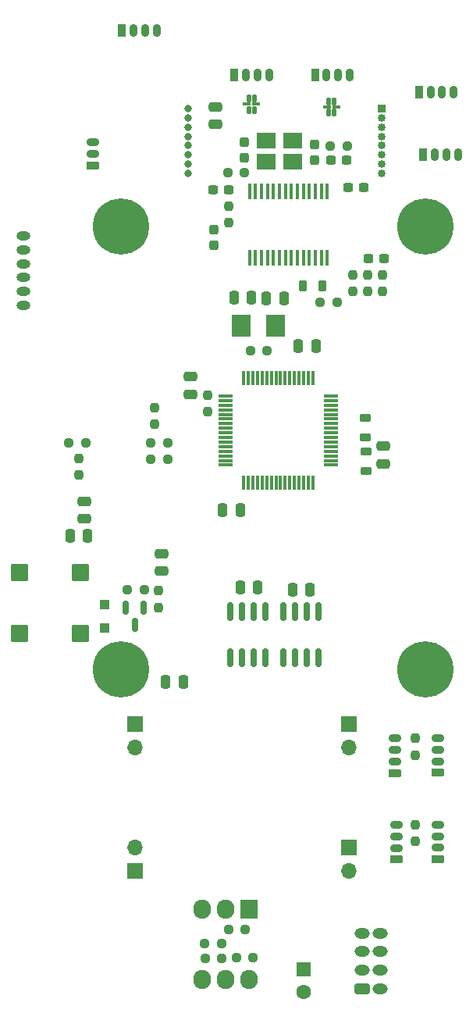
<source format=gbs>
%TF.GenerationSoftware,KiCad,Pcbnew,7.0.7*%
%TF.CreationDate,2024-01-01T11:44:23+09:00*%
%TF.ProjectId,mother_orion_v5,6d6f7468-6572-45f6-9f72-696f6e5f7635,rev?*%
%TF.SameCoordinates,Original*%
%TF.FileFunction,Soldermask,Bot*%
%TF.FilePolarity,Negative*%
%FSLAX46Y46*%
G04 Gerber Fmt 4.6, Leading zero omitted, Abs format (unit mm)*
G04 Created by KiCad (PCBNEW 7.0.7) date 2024-01-01 11:44:23*
%MOMM*%
%LPD*%
G01*
G04 APERTURE LIST*
G04 Aperture macros list*
%AMRoundRect*
0 Rectangle with rounded corners*
0 $1 Rounding radius*
0 $2 $3 $4 $5 $6 $7 $8 $9 X,Y pos of 4 corners*
0 Add a 4 corners polygon primitive as box body*
4,1,4,$2,$3,$4,$5,$6,$7,$8,$9,$2,$3,0*
0 Add four circle primitives for the rounded corners*
1,1,$1+$1,$2,$3*
1,1,$1+$1,$4,$5*
1,1,$1+$1,$6,$7*
1,1,$1+$1,$8,$9*
0 Add four rect primitives between the rounded corners*
20,1,$1+$1,$2,$3,$4,$5,0*
20,1,$1+$1,$4,$5,$6,$7,0*
20,1,$1+$1,$6,$7,$8,$9,0*
20,1,$1+$1,$8,$9,$2,$3,0*%
G04 Aperture macros list end*
%ADD10RoundRect,0.225000X0.475000X-0.225000X0.475000X0.225000X-0.475000X0.225000X-0.475000X-0.225000X0*%
%ADD11O,1.400000X0.900000*%
%ADD12C,6.100000*%
%ADD13RoundRect,0.225000X-0.225000X-0.475000X0.225000X-0.475000X0.225000X0.475000X-0.225000X0.475000X0*%
%ADD14O,0.900000X1.400000*%
%ADD15R,1.600000X1.600000*%
%ADD16C,1.600000*%
%ADD17R,1.900000X2.100000*%
%ADD18O,1.900000X2.100000*%
%ADD19RoundRect,0.250000X0.575000X-0.350000X0.575000X0.350000X-0.575000X0.350000X-0.575000X-0.350000X0*%
%ADD20O,1.650000X1.200000*%
%ADD21C,0.800000*%
%ADD22O,0.800000X0.800000*%
%ADD23O,1.524000X1.000000*%
%ADD24R,0.850000X0.850000*%
%ADD25O,0.850000X0.850000*%
%ADD26RoundRect,0.250000X-0.250000X-0.475000X0.250000X-0.475000X0.250000X0.475000X-0.250000X0.475000X0*%
%ADD27RoundRect,0.100799X0.799201X0.799201X-0.799201X0.799201X-0.799201X-0.799201X0.799201X-0.799201X0*%
%ADD28RoundRect,0.237500X-0.237500X0.250000X-0.237500X-0.250000X0.237500X-0.250000X0.237500X0.250000X0*%
%ADD29RoundRect,0.237500X0.250000X0.237500X-0.250000X0.237500X-0.250000X-0.237500X0.250000X-0.237500X0*%
%ADD30RoundRect,0.237500X-0.237500X0.300000X-0.237500X-0.300000X0.237500X-0.300000X0.237500X0.300000X0*%
%ADD31RoundRect,0.250000X0.250000X0.475000X-0.250000X0.475000X-0.250000X-0.475000X0.250000X-0.475000X0*%
%ADD32R,1.000000X1.000000*%
%ADD33RoundRect,0.237500X-0.250000X-0.237500X0.250000X-0.237500X0.250000X0.237500X-0.250000X0.237500X0*%
%ADD34R,1.700000X1.700000*%
%ADD35O,1.700000X1.700000*%
%ADD36RoundRect,0.075000X-0.075000X0.700000X-0.075000X-0.700000X0.075000X-0.700000X0.075000X0.700000X0*%
%ADD37RoundRect,0.075000X-0.700000X0.075000X-0.700000X-0.075000X0.700000X-0.075000X0.700000X0.075000X0*%
%ADD38RoundRect,0.102000X0.150000X0.300000X-0.150000X0.300000X-0.150000X-0.300000X0.150000X-0.300000X0*%
%ADD39RoundRect,0.102000X-0.350000X0.100000X-0.350000X-0.100000X0.350000X-0.100000X0.350000X0.100000X0*%
%ADD40RoundRect,0.237500X-0.300000X-0.237500X0.300000X-0.237500X0.300000X0.237500X-0.300000X0.237500X0*%
%ADD41RoundRect,0.250000X0.475000X-0.250000X0.475000X0.250000X-0.475000X0.250000X-0.475000X-0.250000X0*%
%ADD42R,2.100000X1.800000*%
%ADD43RoundRect,0.237500X0.237500X-0.250000X0.237500X0.250000X-0.237500X0.250000X-0.237500X-0.250000X0*%
%ADD44RoundRect,0.218750X-0.218750X-0.381250X0.218750X-0.381250X0.218750X0.381250X-0.218750X0.381250X0*%
%ADD45RoundRect,0.250000X-0.475000X0.250000X-0.475000X-0.250000X0.475000X-0.250000X0.475000X0.250000X0*%
%ADD46RoundRect,0.218750X-0.381250X0.218750X-0.381250X-0.218750X0.381250X-0.218750X0.381250X0.218750X0*%
%ADD47RoundRect,0.237500X0.300000X0.237500X-0.300000X0.237500X-0.300000X-0.237500X0.300000X-0.237500X0*%
%ADD48RoundRect,0.150000X-0.150000X0.587500X-0.150000X-0.587500X0.150000X-0.587500X0.150000X0.587500X0*%
%ADD49RoundRect,0.237500X0.237500X-0.300000X0.237500X0.300000X-0.237500X0.300000X-0.237500X-0.300000X0*%
%ADD50RoundRect,0.150000X-0.150000X0.825000X-0.150000X-0.825000X0.150000X-0.825000X0.150000X0.825000X0*%
%ADD51R,0.450000X1.750000*%
%ADD52RoundRect,0.218750X0.381250X-0.218750X0.381250X0.218750X-0.381250X0.218750X-0.381250X-0.218750X0*%
%ADD53R,2.000000X2.400000*%
G04 APERTURE END LIST*
D10*
%TO.C, *%
X69270000Y-155415000D03*
D11*
X69270000Y-154165000D03*
X69270000Y-152915000D03*
X69270000Y-151665000D03*
%TD*%
D10*
%TO.C,J10*%
X36310000Y-80190000D03*
D11*
X36310000Y-78940000D03*
X36310000Y-77690000D03*
%TD*%
D10*
%TO.C, *%
X73760000Y-155390000D03*
D11*
X73760000Y-154140000D03*
X73760000Y-152890000D03*
X73760000Y-151640000D03*
%TD*%
D12*
%TO.C,U3*%
X39380000Y-86784000D03*
X39380000Y-134784000D03*
X72380000Y-86784000D03*
X72380000Y-134784000D03*
%TD*%
D13*
%TO.C,J14*%
X39525000Y-65540000D03*
D14*
X40775000Y-65540000D03*
X42025000Y-65540000D03*
X43275000Y-65540000D03*
%TD*%
D10*
%TO.C, *%
X69150000Y-146040000D03*
D11*
X69150000Y-144790000D03*
X69150000Y-143540000D03*
X69150000Y-142290000D03*
%TD*%
D15*
%TO.C, *%
X59200000Y-167297621D03*
D16*
X59200000Y-169797621D03*
%TD*%
D13*
%TO.C,USB*%
X72205000Y-79000000D03*
D14*
X73455000Y-79000000D03*
X74705000Y-79000000D03*
X75955000Y-79000000D03*
%TD*%
D13*
%TO.C,J11*%
X71730000Y-72260000D03*
D14*
X72980000Y-72260000D03*
X74230000Y-72260000D03*
X75480000Y-72260000D03*
%TD*%
D10*
%TO.C, *%
X73760000Y-146020000D03*
D11*
X73760000Y-144770000D03*
X73760000Y-143520000D03*
X73760000Y-142270000D03*
%TD*%
D17*
%TO.C,Program Select*%
X53282500Y-160835000D03*
D18*
X48202500Y-168455000D03*
X48202500Y-160835000D03*
X53282500Y-168455000D03*
X50742500Y-160835000D03*
X50742500Y-168455000D03*
%TD*%
D19*
%TO.C, *%
X65550000Y-169390000D03*
D20*
X67550000Y-169390000D03*
X65550000Y-167390000D03*
X67550000Y-167390000D03*
X65550000Y-165390000D03*
X67550000Y-165390000D03*
X65550000Y-163390000D03*
X67550000Y-163390000D03*
%TD*%
D21*
%TO.C, *%
X46670000Y-74020000D03*
D22*
X46670000Y-75020000D03*
D21*
X46670000Y-76020000D03*
D22*
X46670000Y-77020000D03*
X46670000Y-78020000D03*
X46670000Y-79020000D03*
X46670000Y-80020000D03*
X46670000Y-81020000D03*
%TD*%
D23*
%TO.C,J13*%
X28830000Y-87830000D03*
X28830000Y-89330000D03*
X28830000Y-90830000D03*
X28830000Y-92330000D03*
X28830000Y-93830000D03*
X28830000Y-95330000D03*
%TD*%
D24*
%TO.C, *%
X67670000Y-74020000D03*
D25*
X67670000Y-75020000D03*
X67670000Y-76020000D03*
X67670000Y-77020000D03*
X67670000Y-78020000D03*
X67670000Y-79020000D03*
X67670000Y-80020000D03*
X67670000Y-81020000D03*
%TD*%
D13*
%TO.C,USB*%
X60440000Y-70340000D03*
D14*
X61690000Y-70340000D03*
X62940000Y-70340000D03*
X64190000Y-70340000D03*
%TD*%
D13*
%TO.C,USB*%
X51719000Y-70350000D03*
D14*
X52969000Y-70350000D03*
X54219000Y-70350000D03*
X55469000Y-70350000D03*
%TD*%
D26*
%TO.C,C12*%
X44250000Y-136200000D03*
X46150000Y-136200000D03*
%TD*%
D27*
%TO.C,*%
X28400000Y-130910000D03*
X28400000Y-124310000D03*
X35000000Y-124310000D03*
X35000000Y-130910000D03*
%TD*%
D28*
%TO.C,R16*%
X34810000Y-111925000D03*
X34810000Y-113750000D03*
%TD*%
%TO.C,R28*%
X48760000Y-105069500D03*
X48760000Y-106894500D03*
%TD*%
D29*
%TO.C,R26*%
X50317500Y-164560000D03*
X48492500Y-164560000D03*
%TD*%
D30*
%TO.C,C25*%
X49494293Y-87100000D03*
X49494293Y-88825000D03*
%TD*%
%TO.C,C20*%
X52794293Y-77617500D03*
X52794293Y-79342500D03*
%TD*%
D31*
%TO.C,C12*%
X54240000Y-125920000D03*
X52340000Y-125920000D03*
%TD*%
D28*
%TO.C,R36*%
X64560000Y-92040000D03*
X64560000Y-93865000D03*
%TD*%
D32*
%TO.C,D7*%
X37610000Y-127810000D03*
X37610000Y-130310000D03*
%TD*%
D33*
%TO.C,R33*%
X61007500Y-95012500D03*
X62832500Y-95012500D03*
%TD*%
%TO.C,R24*%
X51067500Y-163030000D03*
X52892500Y-163030000D03*
%TD*%
D34*
%TO.C, *%
X64150000Y-154145000D03*
D35*
X64150000Y-156685000D03*
%TD*%
D28*
%TO.C,R29*%
X43030000Y-106415000D03*
X43030000Y-108240000D03*
%TD*%
D36*
%TO.C,U2*%
X52710000Y-103235000D03*
X53210000Y-103235000D03*
X53710000Y-103235000D03*
X54210000Y-103235000D03*
X54710000Y-103235000D03*
X55210000Y-103235000D03*
X55710000Y-103235000D03*
X56210000Y-103235000D03*
X56710000Y-103235000D03*
X57210000Y-103235000D03*
X57710000Y-103235000D03*
X58210000Y-103235000D03*
X58710000Y-103235000D03*
X59210000Y-103235000D03*
X59710000Y-103235000D03*
X60210000Y-103235000D03*
D37*
X62135000Y-105160000D03*
X62135000Y-105660000D03*
X62135000Y-106160000D03*
X62135000Y-106660000D03*
X62135000Y-107160000D03*
X62135000Y-107660000D03*
X62135000Y-108160000D03*
X62135000Y-108660000D03*
X62135000Y-109160000D03*
X62135000Y-109660000D03*
X62135000Y-110160000D03*
X62135000Y-110660000D03*
X62135000Y-111160000D03*
X62135000Y-111660000D03*
X62135000Y-112160000D03*
X62135000Y-112660000D03*
D36*
X60210000Y-114585000D03*
X59710000Y-114585000D03*
X59210000Y-114585000D03*
X58710000Y-114585000D03*
X58210000Y-114585000D03*
X57710000Y-114585000D03*
X57210000Y-114585000D03*
X56710000Y-114585000D03*
X56210000Y-114585000D03*
X55710000Y-114585000D03*
X55210000Y-114585000D03*
X54710000Y-114585000D03*
X54210000Y-114585000D03*
X53710000Y-114585000D03*
X53210000Y-114585000D03*
X52710000Y-114585000D03*
D37*
X50785000Y-112660000D03*
X50785000Y-112160000D03*
X50785000Y-111660000D03*
X50785000Y-111160000D03*
X50785000Y-110660000D03*
X50785000Y-110160000D03*
X50785000Y-109660000D03*
X50785000Y-109160000D03*
X50785000Y-108660000D03*
X50785000Y-108160000D03*
X50785000Y-107660000D03*
X50785000Y-107160000D03*
X50785000Y-106660000D03*
X50785000Y-106160000D03*
X50785000Y-105660000D03*
X50785000Y-105160000D03*
%TD*%
D38*
%TO.C, *%
X53848000Y-74168000D03*
X53298000Y-74168000D03*
D39*
X54073000Y-73543000D03*
D38*
X53298000Y-72918000D03*
X53848000Y-72918000D03*
D39*
X53073000Y-73543000D03*
%TD*%
D40*
%TO.C,C26*%
X66220000Y-90280000D03*
X67945000Y-90280000D03*
%TD*%
D41*
%TO.C,C15*%
X49650000Y-75720000D03*
X49650000Y-73820000D03*
%TD*%
%TO.C,C16*%
X43820000Y-124170000D03*
X43820000Y-122270000D03*
%TD*%
D29*
%TO.C,R25*%
X50337500Y-166130000D03*
X48512500Y-166130000D03*
%TD*%
D31*
%TO.C,C5*%
X59900000Y-126140000D03*
X58000000Y-126140000D03*
%TD*%
D42*
%TO.C,12Mhz*%
X58044293Y-79770000D03*
X55144293Y-79770000D03*
X55144293Y-77470000D03*
X58044293Y-77470000D03*
%TD*%
D43*
%TO.C,R2*%
X71310000Y-153447500D03*
X71310000Y-151622500D03*
%TD*%
D28*
%TO.C,R34*%
X67740000Y-92040000D03*
X67740000Y-93865000D03*
%TD*%
D29*
%TO.C,R18*%
X35565000Y-110270000D03*
X33740000Y-110270000D03*
%TD*%
D31*
%TO.C,C17*%
X35770000Y-120310000D03*
X33870000Y-120310000D03*
%TD*%
D44*
%TO.C,FB*%
X59097500Y-93262500D03*
X61222500Y-93262500D03*
%TD*%
D33*
%TO.C,R32*%
X53415000Y-100282000D03*
X55240000Y-100282000D03*
%TD*%
D38*
%TO.C, *%
X62510000Y-74470000D03*
X61960000Y-74470000D03*
D39*
X62735000Y-73845000D03*
D38*
X61960000Y-73220000D03*
X62510000Y-73220000D03*
D39*
X61735000Y-73845000D03*
%TD*%
D33*
%TO.C,R37*%
X50961793Y-80980000D03*
X52786793Y-80980000D03*
%TD*%
D29*
%TO.C,R31*%
X44462500Y-111990000D03*
X42637500Y-111990000D03*
%TD*%
D31*
%TO.C,C19*%
X57080000Y-94552000D03*
X55180000Y-94552000D03*
%TD*%
D43*
%TO.C,R13*%
X43490000Y-128082500D03*
X43490000Y-126257500D03*
%TD*%
D34*
%TO.C, *%
X40890000Y-140715000D03*
D35*
X40890000Y-143255000D03*
%TD*%
D41*
%TO.C,C3*%
X67870000Y-112520500D03*
X67870000Y-110620500D03*
%TD*%
D45*
%TO.C,C2*%
X46920000Y-103092000D03*
X46920000Y-104992000D03*
%TD*%
D34*
%TO.C, *%
X40890000Y-156635000D03*
D35*
X40890000Y-154095000D03*
%TD*%
D33*
%TO.C,R27*%
X51917500Y-166080000D03*
X53742500Y-166080000D03*
%TD*%
D43*
%TO.C,R35*%
X66150000Y-93865000D03*
X66150000Y-92040000D03*
%TD*%
D46*
%TO.C,FB2*%
X65970000Y-111177500D03*
X65970000Y-113302500D03*
%TD*%
D29*
%TO.C,R22*%
X63946793Y-78079000D03*
X62121793Y-78079000D03*
%TD*%
D43*
%TO.C,R6*%
X71340000Y-144120000D03*
X71340000Y-142295000D03*
%TD*%
D31*
%TO.C,C18*%
X53570000Y-94532000D03*
X51670000Y-94532000D03*
%TD*%
D47*
%TO.C,C24*%
X51076793Y-82840000D03*
X49351793Y-82840000D03*
%TD*%
D48*
%TO.C,Q1*%
X39950000Y-128125000D03*
X41850000Y-128125000D03*
X40900000Y-130000000D03*
%TD*%
D40*
%TO.C,C23*%
X63999293Y-82600000D03*
X65724293Y-82600000D03*
%TD*%
D31*
%TO.C,C1*%
X52320000Y-117490000D03*
X50420000Y-117490000D03*
%TD*%
D33*
%TO.C,R30*%
X42645000Y-110290000D03*
X44470000Y-110290000D03*
%TD*%
D41*
%TO.C,C16*%
X35450000Y-118480000D03*
X35450000Y-116580000D03*
%TD*%
D34*
%TO.C, *%
X64150000Y-140715000D03*
D35*
X64150000Y-143255000D03*
%TD*%
D49*
%TO.C,C21*%
X60384293Y-79635000D03*
X60384293Y-77910000D03*
%TD*%
D50*
%TO.C, *%
X57005000Y-128575000D03*
X58275000Y-128575000D03*
X59545000Y-128575000D03*
X60815000Y-128575000D03*
X60815000Y-133525000D03*
X59545000Y-133525000D03*
X58275000Y-133525000D03*
X57005000Y-133525000D03*
%TD*%
D51*
%TO.C, *%
X53344293Y-82960000D03*
X53994293Y-82960000D03*
X54644293Y-82960000D03*
X55294293Y-82960000D03*
X55944293Y-82960000D03*
X56594293Y-82960000D03*
X57244293Y-82960000D03*
X57894293Y-82960000D03*
X58544293Y-82960000D03*
X59194293Y-82960000D03*
X59844293Y-82960000D03*
X60494293Y-82960000D03*
X61144293Y-82960000D03*
X61794293Y-82960000D03*
X61794293Y-90160000D03*
X61144293Y-90160000D03*
X60494293Y-90160000D03*
X59844293Y-90160000D03*
X59194293Y-90160000D03*
X58544293Y-90160000D03*
X57894293Y-90160000D03*
X57244293Y-90160000D03*
X56594293Y-90160000D03*
X55944293Y-90160000D03*
X55294293Y-90160000D03*
X54644293Y-90160000D03*
X53994293Y-90160000D03*
X53344293Y-90160000D03*
%TD*%
D33*
%TO.C,R14*%
X40080000Y-126160000D03*
X41905000Y-126160000D03*
%TD*%
D31*
%TO.C,C7*%
X60550000Y-99772000D03*
X58650000Y-99772000D03*
%TD*%
D50*
%TO.C, *%
X51295000Y-128554000D03*
X52565000Y-128554000D03*
X53835000Y-128554000D03*
X55105000Y-128554000D03*
X55105000Y-133504000D03*
X53835000Y-133504000D03*
X52565000Y-133504000D03*
X51295000Y-133504000D03*
%TD*%
D52*
%TO.C,FB1*%
X65940000Y-109675000D03*
X65940000Y-107550000D03*
%TD*%
D53*
%TO.C,8MHz*%
X52450000Y-97542000D03*
X56150000Y-97542000D03*
%TD*%
D43*
%TO.C,R23*%
X51104293Y-86382500D03*
X51104293Y-84557500D03*
%TD*%
D40*
%TO.C,C22*%
X62149293Y-79640000D03*
X63874293Y-79640000D03*
%TD*%
M02*

</source>
